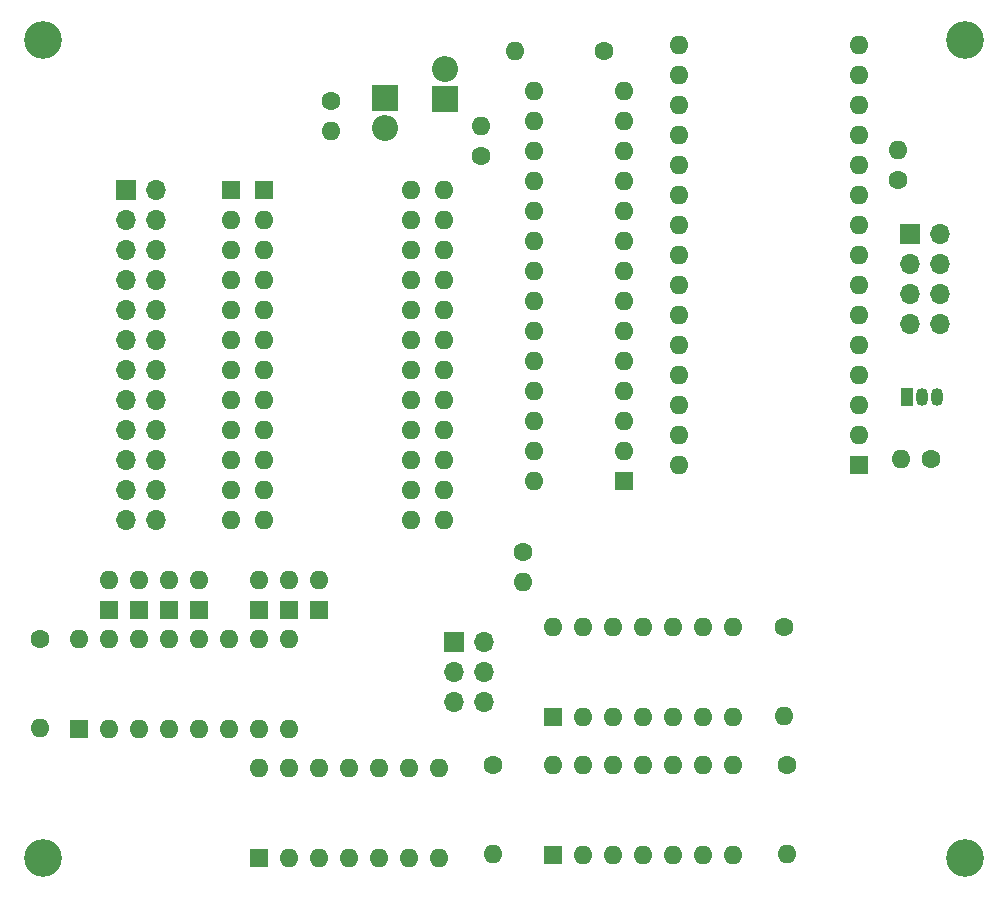
<source format=gbs>
%TF.GenerationSoftware,KiCad,Pcbnew,(6.0.0)*%
%TF.CreationDate,2022-03-13T18:30:08-04:00*%
%TF.ProjectId,io_i2c,696f5f69-3263-42e6-9b69-6361645f7063,rev?*%
%TF.SameCoordinates,Original*%
%TF.FileFunction,Soldermask,Bot*%
%TF.FilePolarity,Negative*%
%FSLAX46Y46*%
G04 Gerber Fmt 4.6, Leading zero omitted, Abs format (unit mm)*
G04 Created by KiCad (PCBNEW (6.0.0)) date 2022-03-13 18:30:08*
%MOMM*%
%LPD*%
G01*
G04 APERTURE LIST*
%ADD10R,1.600000X1.600000*%
%ADD11O,1.600000X1.600000*%
%ADD12C,1.600000*%
%ADD13R,1.050000X1.500000*%
%ADD14O,1.050000X1.500000*%
%ADD15R,1.700000X1.700000*%
%ADD16O,1.700000X1.700000*%
%ADD17C,3.200000*%
%ADD18R,2.200000X2.200000*%
%ADD19O,2.200000X2.200000*%
G04 APERTURE END LIST*
D10*
%TO.C,U1*%
X120343789Y-108566511D03*
D11*
X120343789Y-111106511D03*
X120343789Y-113646511D03*
X120343789Y-116186511D03*
X120343789Y-118726511D03*
X120343789Y-121266511D03*
X120343789Y-123806511D03*
X120343789Y-126346511D03*
X120343789Y-128886511D03*
X120343789Y-131426511D03*
X120343789Y-133966511D03*
X120343789Y-136506511D03*
X135583789Y-136506511D03*
X135583789Y-133966511D03*
X135583789Y-131426511D03*
X135583789Y-128886511D03*
X135583789Y-126346511D03*
X135583789Y-123806511D03*
X135583789Y-121266511D03*
X135583789Y-118726511D03*
X135583789Y-116186511D03*
X135583789Y-113646511D03*
X135583789Y-111106511D03*
X135583789Y-108566511D03*
%TD*%
D10*
%TO.C,U2*%
X144780000Y-164846000D03*
D11*
X147320000Y-164846000D03*
X149860000Y-164846000D03*
X152400000Y-164846000D03*
X154940000Y-164846000D03*
X157480000Y-164846000D03*
X160020000Y-164846000D03*
X160020000Y-157226000D03*
X157480000Y-157226000D03*
X154940000Y-157226000D03*
X152400000Y-157226000D03*
X149860000Y-157226000D03*
X147320000Y-157226000D03*
X144780000Y-157226000D03*
%TD*%
D10*
%TO.C,J1*%
X117549789Y-108566511D03*
D11*
X117549789Y-111106511D03*
X117549789Y-113646511D03*
X117549789Y-116186511D03*
X117549789Y-118726511D03*
X117549789Y-121266511D03*
X117549789Y-123806511D03*
X117549789Y-126346511D03*
X117549789Y-128886511D03*
X117549789Y-131426511D03*
X117549789Y-133966511D03*
X117549789Y-136506511D03*
X132789789Y-136506511D03*
X132789789Y-133966511D03*
X132789789Y-131426511D03*
X132789789Y-128886511D03*
X132789789Y-126346511D03*
X132789789Y-123806511D03*
X132789789Y-121266511D03*
X132789789Y-118726511D03*
X132789789Y-116186511D03*
X132789789Y-113646511D03*
X132789789Y-111106511D03*
X132789789Y-108566511D03*
%TD*%
D12*
%TO.C,C1*%
X101346000Y-146618000D03*
D11*
X101346000Y-154118000D03*
%TD*%
D12*
%TO.C,C2*%
X149098000Y-96774000D03*
D11*
X141598000Y-96774000D03*
%TD*%
D10*
%TO.C,U4*%
X104663000Y-154168000D03*
D11*
X107203000Y-154168000D03*
X109743000Y-154168000D03*
X112283000Y-154168000D03*
X114823000Y-154168000D03*
X117363000Y-154168000D03*
X119903000Y-154168000D03*
X122443000Y-154168000D03*
X122443000Y-146548000D03*
X119903000Y-146548000D03*
X117363000Y-146548000D03*
X114823000Y-146548000D03*
X112283000Y-146548000D03*
X109743000Y-146548000D03*
X107203000Y-146548000D03*
X104663000Y-146548000D03*
%TD*%
D10*
%TO.C,U3*%
X119883000Y-165090000D03*
D11*
X122423000Y-165090000D03*
X124963000Y-165090000D03*
X127503000Y-165090000D03*
X130043000Y-165090000D03*
X132583000Y-165090000D03*
X135123000Y-165090000D03*
X135123000Y-157470000D03*
X132583000Y-157470000D03*
X130043000Y-157470000D03*
X127503000Y-157470000D03*
X124963000Y-157470000D03*
X122423000Y-157470000D03*
X119883000Y-157470000D03*
%TD*%
D12*
%TO.C,C3*%
X139700000Y-157286000D03*
D11*
X139700000Y-164786000D03*
%TD*%
D13*
%TO.C,Q1*%
X174752000Y-126090000D03*
D14*
X176022000Y-126090000D03*
X177292000Y-126090000D03*
%TD*%
D10*
%TO.C,A1*%
X170678000Y-131826000D03*
D11*
X170678000Y-129286000D03*
X170678000Y-126746000D03*
X170678000Y-124206000D03*
X170678000Y-121666000D03*
X170678000Y-119126000D03*
X170678000Y-116586000D03*
X170678000Y-114046000D03*
X170678000Y-111506000D03*
X170678000Y-108966000D03*
X170678000Y-106426000D03*
X170678000Y-103886000D03*
X170678000Y-101346000D03*
X170678000Y-98806000D03*
X170678000Y-96266000D03*
X155438000Y-96266000D03*
X155438000Y-98806000D03*
X155438000Y-101346000D03*
X155438000Y-103886000D03*
X155438000Y-106426000D03*
X155438000Y-108966000D03*
X155438000Y-111506000D03*
X155438000Y-114046000D03*
X155438000Y-116586000D03*
X155438000Y-119126000D03*
X155438000Y-121666000D03*
X155438000Y-124206000D03*
X155438000Y-126746000D03*
X155438000Y-129286000D03*
X155438000Y-131826000D03*
%TD*%
D15*
%TO.C,J2*%
X175006000Y-112268000D03*
D16*
X177546000Y-112268000D03*
X175006000Y-114808000D03*
X177546000Y-114808000D03*
X175006000Y-117348000D03*
X177546000Y-117348000D03*
X175006000Y-119888000D03*
X177546000Y-119888000D03*
%TD*%
D10*
%TO.C,D7*%
X124983000Y-144106314D03*
D11*
X124983000Y-141566314D03*
%TD*%
D12*
%TO.C,R1*%
X173990000Y-107725000D03*
D11*
X173990000Y-105185000D03*
%TD*%
D17*
%TO.C,REF\u002A\u002A*%
X101600000Y-95885000D03*
%TD*%
D10*
%TO.C,D3*%
X112283000Y-144106314D03*
D11*
X112283000Y-141566314D03*
%TD*%
D15*
%TO.C,J3*%
X136398000Y-146812000D03*
D16*
X138938000Y-146812000D03*
X136398000Y-149352000D03*
X138938000Y-149352000D03*
X136398000Y-151892000D03*
X138938000Y-151892000D03*
%TD*%
D12*
%TO.C,C5*%
X164592000Y-157286000D03*
D11*
X164592000Y-164786000D03*
%TD*%
D12*
%TO.C,R3*%
X125984000Y-101063000D03*
D11*
X125984000Y-103603000D03*
%TD*%
D17*
%TO.C,REF\u002A\u002A*%
X179705000Y-95885000D03*
%TD*%
D10*
%TO.C,U6*%
X150828789Y-133209511D03*
D11*
X150828789Y-130669511D03*
X150828789Y-128129511D03*
X150828789Y-125589511D03*
X150828789Y-123049511D03*
X150828789Y-120509511D03*
X150828789Y-117969511D03*
X150828789Y-115429511D03*
X150828789Y-112889511D03*
X150828789Y-110349511D03*
X150828789Y-107809511D03*
X150828789Y-105269511D03*
X150828789Y-102729511D03*
X150828789Y-100189511D03*
X143208789Y-100189511D03*
X143208789Y-102729511D03*
X143208789Y-105269511D03*
X143208789Y-107809511D03*
X143208789Y-110349511D03*
X143208789Y-112889511D03*
X143208789Y-115429511D03*
X143208789Y-117969511D03*
X143208789Y-120509511D03*
X143208789Y-123049511D03*
X143208789Y-125589511D03*
X143208789Y-128129511D03*
X143208789Y-130669511D03*
X143208789Y-133209511D03*
%TD*%
D12*
%TO.C,R4*%
X176813000Y-131318000D03*
D11*
X174273000Y-131318000D03*
%TD*%
D10*
%TO.C,D2*%
X109743000Y-144106314D03*
D11*
X109743000Y-141566314D03*
%TD*%
D12*
%TO.C,R5*%
X138684000Y-105693000D03*
D11*
X138684000Y-103153000D03*
%TD*%
D15*
%TO.C,J4*%
X108664789Y-108571511D03*
D16*
X111204789Y-108571511D03*
X108664789Y-111111511D03*
X111204789Y-111111511D03*
X108664789Y-113651511D03*
X111204789Y-113651511D03*
X108664789Y-116191511D03*
X111204789Y-116191511D03*
X108664789Y-118731511D03*
X111204789Y-118731511D03*
X108664789Y-121271511D03*
X111204789Y-121271511D03*
X108664789Y-123811511D03*
X111204789Y-123811511D03*
X108664789Y-126351511D03*
X111204789Y-126351511D03*
X108664789Y-128891511D03*
X111204789Y-128891511D03*
X108664789Y-131431511D03*
X111204789Y-131431511D03*
X108664789Y-133971511D03*
X111204789Y-133971511D03*
X108664789Y-136511511D03*
X111204789Y-136511511D03*
%TD*%
D18*
%TO.C,D9*%
X135636000Y-100893766D03*
D19*
X135636000Y-98353766D03*
%TD*%
D10*
%TO.C,D1*%
X107203000Y-144106314D03*
D11*
X107203000Y-141566314D03*
%TD*%
D17*
%TO.C,REF\u002A\u002A*%
X101600000Y-165100000D03*
%TD*%
D12*
%TO.C,R2*%
X142240000Y-139192000D03*
D11*
X142240000Y-141732000D03*
%TD*%
D17*
%TO.C,REF\u002A\u002A*%
X179705000Y-165100000D03*
%TD*%
D10*
%TO.C,U5*%
X144775000Y-153152000D03*
D11*
X147315000Y-153152000D03*
X149855000Y-153152000D03*
X152395000Y-153152000D03*
X154935000Y-153152000D03*
X157475000Y-153152000D03*
X160015000Y-153152000D03*
X160015000Y-145532000D03*
X157475000Y-145532000D03*
X154935000Y-145532000D03*
X152395000Y-145532000D03*
X149855000Y-145532000D03*
X147315000Y-145532000D03*
X144775000Y-145532000D03*
%TD*%
D10*
%TO.C,D6*%
X122443000Y-144106314D03*
D11*
X122443000Y-141566314D03*
%TD*%
D12*
%TO.C,C4*%
X164338000Y-145602000D03*
D11*
X164338000Y-153102000D03*
%TD*%
D18*
%TO.C,D8*%
X130556000Y-100782234D03*
D19*
X130556000Y-103322234D03*
%TD*%
D10*
%TO.C,D4*%
X114823000Y-144106314D03*
D11*
X114823000Y-141566314D03*
%TD*%
D10*
%TO.C,D5*%
X119903000Y-144106314D03*
D11*
X119903000Y-141566314D03*
%TD*%
M02*

</source>
